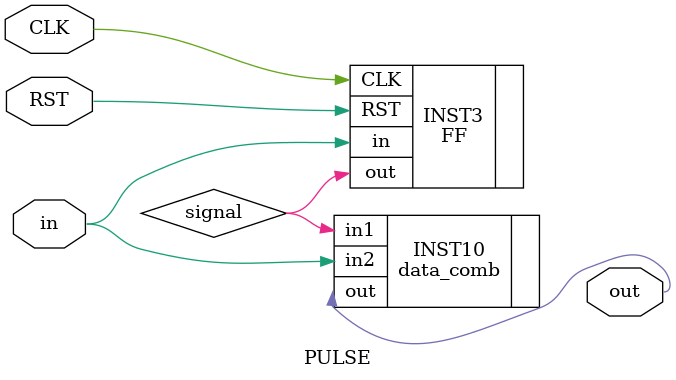
<source format=v>

module PULSE(
  input CLK,RST,
  input in,
  output wire out
  );
  
  wire signal;
  
  FF INST3(
  .CLK(CLK),
  .RST(RST),
  .in(in),
  .out(signal)
  );
  
  data_comb INST10(
  .in1(signal),
  .in2(in),
  .out(out)
  );
  
endmodule


</source>
